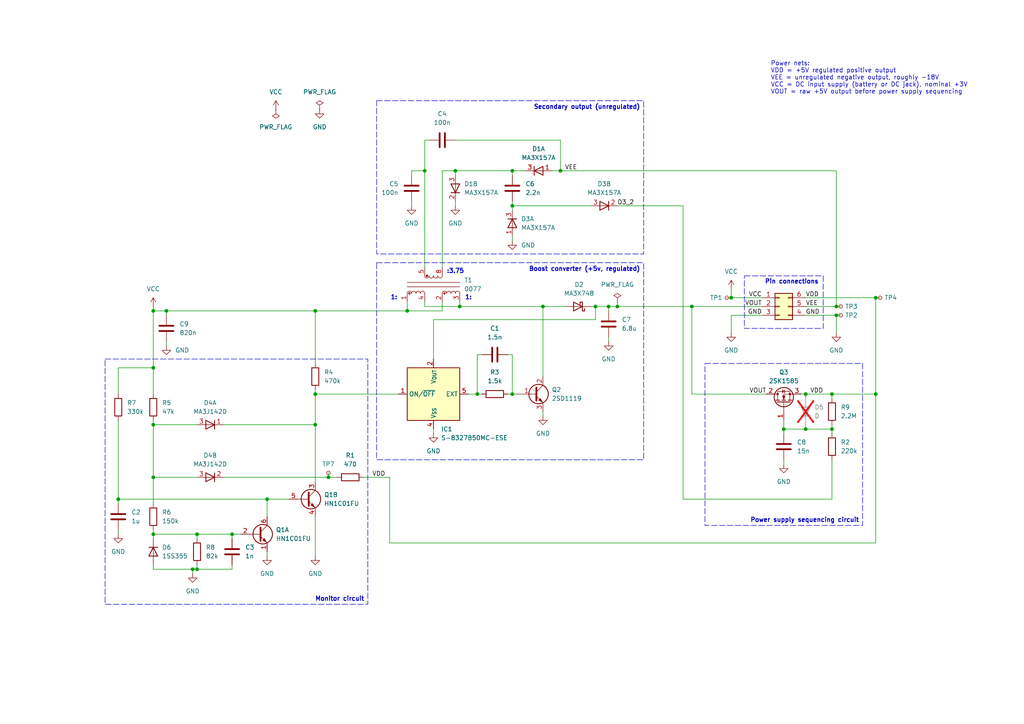
<source format=kicad_sch>
(kicad_sch (version 20231120) (generator "eeschema") (generator_version "8.0")
  (paper "A4")
  (title_block (title "LSEP01120A1") (date "2024-05-18") (rev "A") (company "https://gekkio.fi") (comment 1 "https://github.com/gekkio/gb-schematics"))
  (lib_symbols
    (symbol "Connector:TestPoint_Small" (pin_numbers hide) (pin_names (offset 0.762) hide)
      (property "Reference" "TP" (at 0 3.81 0))
      (property "Value" "TestPoint_Small" (at 0 2.032 0))
      (symbol "TestPoint_Small_0_1"
        (circle (center 0 0) (radius 0.508))
      )
      (symbol "TestPoint_Small_1_1"
        (pin passive line (at 0 0 90) (length 0) (name "1") (number "1"))
      )
    )
    (symbol "Connector_Generic:Conn_02x03_Counter_Clockwise" (pin_names (offset 1.016) hide)
      (property "Reference" "J" (at 1.27 5.08 0))
      (property "Value" "Conn_02x03_Counter_Clockwise" (at 1.27 -5.08 0))
      (symbol "Conn_02x03_Counter_Clockwise_1_1"
        (rectangle (start -1.27 -2.413) (end 0 -2.667) (stroke (width 0.1524)))
        (rectangle (start -1.27 0.127) (end 0 -0.127) (stroke (width 0.1524)))
        (rectangle (start -1.27 2.667) (end 0 2.413) (stroke (width 0.1524)))
        (rectangle (start -1.27 3.81) (end 3.81 -3.81) (stroke (width 0.254)) (fill (type background)))
        (rectangle (start 3.81 -2.413) (end 2.54 -2.667) (stroke (width 0.1524)))
        (rectangle (start 3.81 0.127) (end 2.54 -0.127) (stroke (width 0.1524)))
        (rectangle (start 3.81 2.667) (end 2.54 2.413) (stroke (width 0.1524)))
        (pin passive line (at -5.08 2.54 0) (length 3.81) (name "Pin_1") (number "1"))
        (pin passive line (at -5.08 0 0) (length 3.81) (name "Pin_2") (number "2"))
        (pin passive line (at -5.08 -2.54 0) (length 3.81) (name "Pin_3") (number "3"))
        (pin passive line (at 7.62 -2.54 180) (length 3.81) (name "Pin_4") (number "4"))
        (pin passive line (at 7.62 0 180) (length 3.81) (name "Pin_5") (number "5"))
        (pin passive line (at 7.62 2.54 180) (length 3.81) (name "Pin_6") (number "6"))
      )
    )
    (symbol "Device:C" (pin_numbers hide) (pin_names (offset 0.254))
      (property "Reference" "C" (at 0.635 2.54 0))
      (property "Value" "C" (at 0.635 -2.54 0))
      (symbol "C_0_1"
        (polyline (pts (xy -2.032 -0.762) (xy 2.032 -0.762)) (stroke (width 0.508)))
        (polyline (pts (xy -2.032 0.762) (xy 2.032 0.762)) (stroke (width 0.508)))
      )
      (symbol "C_1_1"
        (pin passive line (at 0 3.81 270) (length 2.794) (name "~") (number "1"))
        (pin passive line (at 0 -3.81 90) (length 2.794) (name "~") (number "2"))
      )
    )
    (symbol "Device:D" (pin_numbers hide) (pin_names (offset 1.016) hide)
      (property "Reference" "D" (at 0 2.54 0))
      (property "Value" "D" (at 0 -2.54 0))
      (symbol "D_0_1"
        (polyline (pts (xy -1.27 1.27) (xy -1.27 -1.27)) (stroke (width 0.254)))
        (polyline (pts (xy 1.27 0) (xy -1.27 0)))
        (polyline (pts (xy 1.27 1.27) (xy 1.27 -1.27) (xy -1.27 0) (xy 1.27 1.27)) (stroke (width 0.254)))
      )
      (symbol "D_1_1"
        (pin passive line (at -3.81 0 0) (length 2.54) (name "K") (number "1"))
        (pin passive line (at 3.81 0 180) (length 2.54) (name "A") (number "2"))
      )
    )
    (symbol "Device:D_Dual_CommonAnode_KKA_Split" (pin_names (offset 0.762) hide)
      (property "Reference" "D" (at 0 2.54 0))
      (property "Value" "D_Dual_CommonAnode_KKA_Split" (at 0 -2.54 0))
      (symbol "D_Dual_CommonAnode_KKA_Split_0_0"
        (polyline (pts (xy 1.27 0) (xy -1.27 0)))
        (polyline (pts (xy 1.27 1.27) (xy 1.27 -1.27)) (stroke (width 0.254)))
      )
      (symbol "D_Dual_CommonAnode_KKA_Split_0_1"
        (polyline (pts (xy -1.27 1.27) (xy 1.27 0) (xy -1.27 -1.27) (xy -1.27 1.27) (xy -1.27 1.27) (xy -1.27 1.27)) (stroke (width 0.254)))
        (pin passive line (at -3.81 0 0) (length 2.54) (name "A") (number "3"))
      )
      (symbol "D_Dual_CommonAnode_KKA_Split_1_1"
        (pin passive line (at 3.81 0 180) (length 2.54) (name "K") (number "1"))
      )
      (symbol "D_Dual_CommonAnode_KKA_Split_2_1"
        (pin passive line (at 3.81 0 180) (length 2.54) (name "K") (number "2"))
      )
    )
    (symbol "Device:D_Dual_Series_AKC_Split" (pin_names (offset 0.762) hide)
      (property "Reference" "D" (at 0 2.54 0))
      (property "Value" "D_Dual_Series_AKC_Split" (at 0 -2.54 0))
      (symbol "D_Dual_Series_AKC_Split_0_1"
        (pin passive line (at 3.81 0 180) (length 2.54) (name "K") (number "3"))
      )
      (symbol "D_Dual_Series_AKC_Split_1_0"
        (polyline (pts (xy 1.27 1.27) (xy 1.27 -1.27)) (stroke (width 0.254)))
      )
      (symbol "D_Dual_Series_AKC_Split_1_1"
        (polyline (pts (xy 1.27 0) (xy -1.27 0)))
        (polyline (pts (xy -1.27 1.27) (xy 1.27 0) (xy -1.27 -1.27) (xy -1.27 1.27) (xy -1.27 1.27) (xy -1.27 1.27)) (stroke (width 0.254)))
        (pin passive line (at -3.81 0 0) (length 2.54) (name "A") (number "1"))
      )
      (symbol "D_Dual_Series_AKC_Split_2_0"
        (polyline (pts (xy -1.27 1.27) (xy -1.27 -1.27)) (stroke (width 0.254)))
      )
      (symbol "D_Dual_Series_AKC_Split_2_1"
        (polyline (pts (xy -1.27 0) (xy 1.27 0)))
        (polyline (pts (xy 1.27 1.27) (xy -1.27 0) (xy 1.27 -1.27) (xy 1.27 1.27) (xy 1.27 1.27) (xy 1.27 1.27)) (stroke (width 0.254)))
        (pin passive line (at -3.81 0 0) (length 2.54) (name "K") (number "2"))
      )
    )
    (symbol "Device:Q_Dual_NPN_NPN_E1B1C2E2B2C1" (pin_names (offset 0) hide)
      (property "Reference" "Q" (at 5.08 1.27 0))
      (property "Value" "Q_Dual_NPN_NPN_E1B1C2E2B2C1" (at 5.08 -1.27 0))
      (symbol "Q_Dual_NPN_NPN_E1B1C2E2B2C1_0_1"
        (polyline (pts (xy 0.635 0) (xy -2.54 0)))
        (polyline (pts (xy 0.635 0.635) (xy 2.54 2.54)))
        (polyline (pts (xy 0.635 -0.635) (xy 2.54 -2.54) (xy 2.54 -2.54)))
        (polyline (pts (xy 0.635 1.905) (xy 0.635 -1.905) (xy 0.635 -1.905)) (stroke (width 0.508)))
        (polyline (pts (xy 1.27 -1.778) (xy 1.778 -1.27) (xy 2.286 -2.286) (xy 1.27 -1.778) (xy 1.27 -1.778)) (fill (type outline)))
        (circle (center 1.27 0) (radius 2.8194) (stroke (width 0.254)))
      )
      (symbol "Q_Dual_NPN_NPN_E1B1C2E2B2C1_1_1"
        (pin passive line (at 2.54 -5.08 90) (length 2.54) (name "E1") (number "1"))
        (pin input line (at -5.08 0 0) (length 2.54) (name "B1") (number "2"))
        (pin passive line (at 2.54 5.08 270) (length 2.54) (name "C1") (number "6"))
      )
      (symbol "Q_Dual_NPN_NPN_E1B1C2E2B2C1_2_1"
        (pin passive line (at 2.54 5.08 270) (length 2.54) (name "C2") (number "3"))
        (pin passive line (at 2.54 -5.08 90) (length 2.54) (name "E2") (number "4"))
        (pin input line (at -5.08 0 0) (length 2.54) (name "B2") (number "5"))
      )
    )
    (symbol "Device:Q_NMOS_GDS" (pin_names (offset 0) hide)
      (property "Reference" "Q" (at 5.08 1.27 0))
      (property "Value" "Q_NMOS_GDS" (at 5.08 -1.27 0))
      (symbol "Q_NMOS_GDS_0_1"
        (polyline (pts (xy 0.254 0) (xy -2.54 0)))
        (polyline (pts (xy 0.254 1.905) (xy 0.254 -1.905)) (stroke (width 0.254)))
        (polyline (pts (xy 0.762 -1.27) (xy 0.762 -2.286)) (stroke (width 0.254)))
        (polyline (pts (xy 0.762 0.508) (xy 0.762 -0.508)) (stroke (width 0.254)))
        (polyline (pts (xy 0.762 2.286) (xy 0.762 1.27)) (stroke (width 0.254)))
        (polyline (pts (xy 2.54 2.54) (xy 2.54 1.778)))
        (polyline (pts (xy 2.54 -2.54) (xy 2.54 0) (xy 0.762 0)))
        (polyline (pts (xy 0.762 -1.778) (xy 3.302 -1.778) (xy 3.302 1.778) (xy 0.762 1.778)))
        (polyline (pts (xy 1.016 0) (xy 2.032 0.381) (xy 2.032 -0.381) (xy 1.016 0)) (fill (type outline)))
        (polyline (pts (xy 2.794 0.508) (xy 2.921 0.381) (xy 3.683 0.381) (xy 3.81 0.254)))
        (polyline (pts (xy 3.302 0.381) (xy 2.921 -0.254) (xy 3.683 -0.254) (xy 3.302 0.381)))
        (circle (center 1.651 0) (radius 2.794) (stroke (width 0.254)))
        (circle (center 2.54 -1.778) (radius 0.254) (fill (type outline)))
        (circle (center 2.54 1.778) (radius 0.254) (fill (type outline)))
      )
      (symbol "Q_NMOS_GDS_1_1"
        (pin input line (at -5.08 0 0) (length 2.54) (name "G") (number "1"))
        (pin passive line (at 2.54 5.08 270) (length 2.54) (name "D") (number "2"))
        (pin passive line (at 2.54 -5.08 90) (length 2.54) (name "S") (number "3"))
      )
    )
    (symbol "Device:Q_NPN_BCE" (pin_names (offset 0) hide)
      (property "Reference" "Q" (at 5.08 1.27 0))
      (property "Value" "Q_NPN_BCE" (at 5.08 -1.27 0))
      (symbol "Q_NPN_BCE_0_1"
        (polyline (pts (xy 0.635 0.635) (xy 2.54 2.54)))
        (polyline (pts (xy 0.635 -0.635) (xy 2.54 -2.54) (xy 2.54 -2.54)))
        (polyline (pts (xy 0.635 1.905) (xy 0.635 -1.905) (xy 0.635 -1.905)) (stroke (width 0.508)))
        (polyline (pts (xy 1.27 -1.778) (xy 1.778 -1.27) (xy 2.286 -2.286) (xy 1.27 -1.778) (xy 1.27 -1.778)) (fill (type outline)))
        (circle (center 1.27 0) (radius 2.8194) (stroke (width 0.254)))
      )
      (symbol "Q_NPN_BCE_1_1"
        (pin input line (at -5.08 0 0) (length 5.715) (name "B") (number "1"))
        (pin passive line (at 2.54 5.08 270) (length 2.54) (name "C") (number "2"))
        (pin passive line (at 2.54 -5.08 90) (length 2.54) (name "E") (number "3"))
      )
    )
    (symbol "Device:R" (pin_numbers hide) (pin_names (offset 0))
      (property "Reference" "R" (at 2.032 0 90))
      (property "Value" "R" (at 0 0 90))
      (symbol "R_0_1"
        (rectangle (start -1.016 -2.54) (end 1.016 2.54) (stroke (width 0.254)))
      )
      (symbol "R_1_1"
        (pin passive line (at 0 3.81 270) (length 1.27) (name "~") (number "1"))
        (pin passive line (at 0 -3.81 90) (length 1.27) (name "~") (number "2"))
      )
    )
    (symbol "Gekkio_Diode:MA3X748" (pin_numbers hide) (pin_names (offset 1.016) hide)
      (property "Reference" "D" (at 0 2.54 0))
      (property "Value" "MA3X748" (at 0 -2.54 0))
      (symbol "MA3X748_0_1"
        (polyline (pts (xy 1.27 0) (xy -1.27 0)))
        (polyline (pts (xy 1.27 1.27) (xy 1.27 -1.27) (xy -1.27 0) (xy 1.27 1.27)) (stroke (width 0.254)))
        (polyline (pts (xy -1.905 0.635) (xy -1.905 1.27) (xy -1.27 1.27) (xy -1.27 -1.27) (xy -0.635 -1.27) (xy -0.635 -0.635)) (stroke (width 0.254)))
      )
      (symbol "MA3X748_1_1"
        (pin passive line (at 3.81 0 180) (length 2.54) (name "A") (number "1"))
        (pin no_connect line (at 3.81 2.54 180) (length 2.54) hide (name "NC") (number "2"))
        (pin passive line (at -3.81 0 0) (length 2.54) (name "K") (number "3"))
      )
    )
    (symbol "Gekkio_Regulator_Switching:S-8327B50MC-ESE"
      (property "Reference" "U" (at -7.62 8.89 0))
      (property "Value" "S-8327B50MC-ESE" (at 11.43 -8.89 0))
      (symbol "S-8327B50MC-ESE_1_1"
        (rectangle (start -7.62 7.62) (end 7.62 -7.62) (stroke (width 0.254)) (fill (type background)))
        (pin input line (at -10.16 0 0) (length 2.54) (name "ON/~{OFF}") (number "1"))
        (pin power_in line (at 0 10.16 270) (length 2.54) (name "V_{OUT}") (number "2"))
        (pin no_connect line (at 7.62 -2.54 180) (length 2.54) hide (name "NC") (number "3"))
        (pin power_in line (at 0 -10.16 90) (length 2.54) (name "V_{SS}") (number "4"))
        (pin output line (at 10.16 0 180) (length 2.54) (name "EXT") (number "5"))
      )
    )
    (symbol "Gekkio_Transformer:GameBoy_Transformer_0077"
      (property "Reference" "T" (at 0 10.16 0))
      (property "Value" "GameBoy_Transformer_0077" (at 0 -10.16 0))
      (symbol "GameBoy_Transformer_0077_1_1"
        (arc (start -2.54 -7.62) (mid -1.9077 -6.985) (end -2.54 -6.35))
        (arc (start -2.54 -6.35) (mid -1.9077 -5.715) (end -2.54 -5.08))
        (arc (start -2.54 -5.08) (mid -1.9077 -4.445) (end -2.54 -3.81))
        (arc (start -2.54 -3.81) (mid -1.9077 -3.175) (end -2.54 -2.54))
        (circle (center -2.54 -3.175) (radius 0.254) (fill (type outline)))
        (arc (start -2.54 2.54) (mid -1.9077 3.175) (end -2.54 3.81))
        (arc (start -2.54 3.81) (mid -1.9077 4.445) (end -2.54 5.08))
        (arc (start -2.54 5.08) (mid -1.9077 5.715) (end -2.54 6.35))
        (arc (start -2.54 6.35) (mid -1.9077 6.985) (end -2.54 7.62))
        (circle (center -2.54 6.985) (radius 0.254) (fill (type outline)))
        (polyline (pts (xy -0.635 7.62) (xy -0.635 -7.62)))
        (polyline (pts (xy 0.635 -7.62) (xy 0.635 7.62)))
        (arc (start 2.54 -1.27) (mid 1.9077 -1.905) (end 2.54 -2.54))
        (arc (start 2.54 0) (mid 1.9077 -0.635) (end 2.54 -1.27))
        (arc (start 2.54 1.27) (mid 1.9077 0.635) (end 2.54 0))
        (circle (center 2.54 1.905) (radius 0.254) (fill (type outline)))
        (arc (start 2.54 2.54) (mid 1.9077 1.905) (end 2.54 1.27))
        (pin passive line (at -5.08 7.62 0) (length 2.54) (name "~") (number "1"))
        (pin passive line (at -5.08 -2.54 0) (length 2.54) (name "~") (number "2"))
        (pin passive line (at -5.08 -7.62 0) (length 2.54) (name "~") (number "3"))
        (pin passive line (at -5.08 2.54 0) (length 2.54) (name "~") (number "4"))
        (pin passive line (at 5.08 2.54 180) (length 2.54) (name "~") (number "5"))
        (pin no_connect line (at 0 5.08 0) (length 2.54) hide (name "NC") (number "6"))
        (pin no_connect line (at 0 -5.08 0) (length 2.54) hide (name "NC") (number "7"))
        (pin passive line (at 5.08 -2.54 180) (length 2.54) (name "~") (number "8"))
      )
    )
    (symbol "power:GND" (power) (pin_numbers hide) (pin_names (offset 0) hide)
      (property "Value" "GND" (at 0 -3.81 0))
      (symbol "GND_0_1"
        (polyline (pts (xy 0 0) (xy 0 -1.27) (xy 1.27 -1.27) (xy 0 -2.54) (xy -1.27 -1.27) (xy 0 -1.27)))
      )
      (symbol "GND_1_1"
        (pin power_in line (at 0 0 270) (length 0) (name "~") (number "1"))
      )
    )
    (symbol "power:PWR_FLAG" (power) (pin_numbers hide) (pin_names (offset 0) hide)
      (property "Value" "PWR_FLAG" (at 0 3.81 0))
      (symbol "PWR_FLAG_0_0"
        (pin power_out line (at 0 0 90) (length 0) (name "~") (number "1"))
      )
      (symbol "PWR_FLAG_0_1"
        (polyline (pts (xy 0 0) (xy 0 1.27) (xy -1.016 1.905) (xy 0 2.54) (xy 1.016 1.905) (xy 0 1.27)))
      )
    )
    (symbol "power:VCC" (power) (pin_numbers hide) (pin_names (offset 0) hide)
      (property "Value" "VCC" (at 0 3.556 0))
      (symbol "VCC_0_1"
        (polyline (pts (xy -0.762 1.27) (xy 0 2.54)))
        (polyline (pts (xy 0 0) (xy 0 2.54)))
        (polyline (pts (xy 0 2.54) (xy 0.762 1.27)))
      )
      (symbol "VCC_1_1"
        (pin power_in line (at 0 0 90) (length 0) (name "~") (number "1"))
      )
    )
  )
  (junction (at 34.29 144.78))
  (junction (at 133.35 88.9))
  (junction (at 241.3 114.3))
  (junction (at 148.59 59.69))
  (junction (at 200.66 88.9))
  (junction (at 44.45 90.17))
  (junction (at 55.88 165.1))
  (junction (at 48.26 90.17))
  (junction (at 227.33 124.46))
  (junction (at 118.11 90.17))
  (junction (at 176.53 88.9))
  (junction (at 148.59 49.53))
  (junction (at 57.15 165.1))
  (junction (at 77.47 144.78))
  (junction (at 132.08 49.53))
  (junction (at 148.59 114.3))
  (junction (at 233.68 114.3))
  (junction (at 254 86.36))
  (junction (at 67.31 154.94))
  (junction (at 233.68 124.46))
  (junction (at 57.15 154.94))
  (junction (at 44.45 138.43))
  (junction (at 162.56 49.53))
  (junction (at 241.3 124.46))
  (junction (at 91.44 90.17))
  (junction (at 91.44 123.19))
  (junction (at 212.09 86.36))
  (junction (at 242.57 88.9))
  (junction (at 91.44 114.3))
  (junction (at 44.45 106.68))
  (junction (at 179.07 88.9))
  (junction (at 157.48 88.9))
  (junction (at 123.19 49.53))
  (junction (at 138.43 114.3))
  (junction (at 44.45 123.19))
  (junction (at 44.45 154.94))
  (junction (at 172.72 88.9))
  (junction (at 95.25 138.43))
  (junction (at 254 114.3))
  (junction (at 242.57 91.44))
  (wire (pts (xy 241.3 144.78) (xy 198.12 144.78)))
  (wire (pts (xy 34.29 146.05) (xy 34.29 144.78)))
  (wire (pts (xy 128.27 87.63) (xy 128.27 90.17)))
  (wire (pts (xy 44.45 123.19) (xy 44.45 121.92)))
  (wire (pts (xy 148.59 68.58) (xy 148.59 69.85)))
  (wire (pts (xy 44.45 90.17) (xy 44.45 106.68)))
  (wire (pts (xy 44.45 123.19) (xy 57.15 123.19)))
  (wire (pts (xy 148.59 49.53) (xy 152.4 49.53)))
  (wire (pts (xy 172.72 88.9) (xy 172.72 92.71)))
  (wire (pts (xy 200.66 114.3) (xy 222.25 114.3)))
  (wire (pts (xy 242.57 91.44) (xy 243.84 91.44)))
  (wire (pts (xy 135.89 114.3) (xy 138.43 114.3)))
  (wire (pts (xy 48.26 90.17) (xy 91.44 90.17)))
  (wire (pts (xy 44.45 154.94) (xy 57.15 154.94)))
  (wire (pts (xy 233.68 123.19) (xy 233.68 124.46)))
  (wire (pts (xy 118.11 90.17) (xy 128.27 90.17)))
  (wire (pts (xy 147.32 102.87) (xy 148.59 102.87)))
  (wire (pts (xy 77.47 144.78) (xy 83.82 144.78)))
  (wire (pts (xy 133.35 88.9) (xy 133.35 87.63)))
  (wire (pts (xy 57.15 165.1) (xy 67.31 165.1)))
  (wire (pts (xy 148.59 114.3) (xy 148.59 102.87)))
  (wire (pts (xy 118.11 87.63) (xy 118.11 90.17)))
  (wire (pts (xy 176.53 90.17) (xy 176.53 88.9)))
  (wire (pts (xy 91.44 90.17) (xy 91.44 105.41)))
  (wire (pts (xy 254 157.48) (xy 113.03 157.48)))
  (wire (pts (xy 64.77 123.19) (xy 91.44 123.19)))
  (wire (pts (xy 44.45 106.68) (xy 44.45 114.3)))
  (wire (pts (xy 176.53 97.79) (xy 176.53 99.06)))
  (wire (pts (xy 132.08 49.53) (xy 148.59 49.53)))
  (wire (pts (xy 91.44 114.3) (xy 91.44 123.19)))
  (wire (pts (xy 57.15 163.83) (xy 57.15 165.1)))
  (wire (pts (xy 91.44 123.19) (xy 91.44 139.7)))
  (wire (pts (xy 157.48 88.9) (xy 157.48 109.22)))
  (wire (pts (xy 148.59 49.53) (xy 148.59 50.8)))
  (wire (pts (xy 119.38 49.53) (xy 119.38 50.8)))
  (wire (pts (xy 220.98 91.44) (xy 212.09 91.44)))
  (wire (pts (xy 179.07 87.63) (xy 179.07 88.9)))
  (wire (pts (xy 44.45 138.43) (xy 57.15 138.43)))
  (wire (pts (xy 241.3 133.35) (xy 241.3 144.78)))
  (wire (pts (xy 57.15 154.94) (xy 67.31 154.94)))
  (wire (pts (xy 157.48 119.38) (xy 157.48 120.65)))
  (wire (pts (xy 172.72 88.9) (xy 176.53 88.9)))
  (wire (pts (xy 233.68 91.44) (xy 242.57 91.44)))
  (wire (pts (xy 44.45 123.19) (xy 44.45 138.43)))
  (wire (pts (xy 227.33 124.46) (xy 227.33 125.73)))
  (wire (pts (xy 233.68 114.3) (xy 232.41 114.3)))
  (wire (pts (xy 233.68 114.3) (xy 241.3 114.3)))
  (wire (pts (xy 34.29 106.68) (xy 34.29 114.3)))
  (wire (pts (xy 77.47 144.78) (xy 77.47 149.86)))
  (wire (pts (xy 212.09 86.36) (xy 212.09 83.82)))
  (wire (pts (xy 95.25 137.16) (xy 95.25 138.43)))
  (wire (pts (xy 242.57 91.44) (xy 242.57 96.52)))
  (wire (pts (xy 119.38 49.53) (xy 123.19 49.53)))
  (wire (pts (xy 64.77 138.43) (xy 95.25 138.43)))
  (wire (pts (xy 67.31 154.94) (xy 69.85 154.94)))
  (wire (pts (xy 125.73 92.71) (xy 125.73 104.14)))
  (wire (pts (xy 148.59 59.69) (xy 171.45 59.69)))
  (wire (pts (xy 34.29 144.78) (xy 77.47 144.78)))
  (wire (pts (xy 91.44 114.3) (xy 115.57 114.3)))
  (wire (pts (xy 67.31 154.94) (xy 67.31 156.21)))
  (wire (pts (xy 105.41 138.43) (xy 113.03 138.43)))
  (wire (pts (xy 67.31 165.1) (xy 67.31 163.83)))
  (wire (pts (xy 44.45 90.17) (xy 44.45 88.9)))
  (wire (pts (xy 34.29 153.67) (xy 34.29 154.94)))
  (wire (pts (xy 44.45 153.67) (xy 44.45 154.94)))
  (wire (pts (xy 227.33 124.46) (xy 233.68 124.46)))
  (wire (pts (xy 241.3 124.46) (xy 241.3 123.19)))
  (wire (pts (xy 138.43 114.3) (xy 139.7 114.3)))
  (wire (pts (xy 255.27 86.36) (xy 254 86.36)))
  (wire (pts (xy 148.59 59.69) (xy 148.59 58.42)))
  (wire (pts (xy 48.26 90.17) (xy 48.26 91.44)))
  (wire (pts (xy 48.26 99.06) (xy 48.26 100.33)))
  (wire (pts (xy 44.45 138.43) (xy 44.45 146.05)))
  (wire (pts (xy 227.33 133.35) (xy 227.33 134.62)))
  (wire (pts (xy 241.3 124.46) (xy 241.3 125.73)))
  (wire (pts (xy 128.27 49.53) (xy 128.27 77.47)))
  (wire (pts (xy 44.45 106.68) (xy 34.29 106.68)))
  (wire (pts (xy 113.03 157.48) (xy 113.03 138.43)))
  (wire (pts (xy 123.19 87.63) (xy 123.19 88.9)))
  (wire (pts (xy 125.73 124.46) (xy 125.73 125.73)))
  (wire (pts (xy 212.09 86.36) (xy 210.82 86.36)))
  (wire (pts (xy 242.57 88.9) (xy 233.68 88.9)))
  (wire (pts (xy 57.15 154.94) (xy 57.15 156.21)))
  (wire (pts (xy 162.56 49.53) (xy 242.57 49.53)))
  (wire (pts (xy 132.08 40.64) (xy 162.56 40.64)))
  (wire (pts (xy 227.33 121.92) (xy 227.33 124.46)))
  (wire (pts (xy 241.3 114.3) (xy 254 114.3)))
  (wire (pts (xy 57.15 165.1) (xy 55.88 165.1)))
  (wire (pts (xy 198.12 59.69) (xy 198.12 144.78)))
  (wire (pts (xy 172.72 92.71) (xy 125.73 92.71)))
  (wire (pts (xy 171.45 88.9) (xy 172.72 88.9)))
  (wire (pts (xy 160.02 49.53) (xy 162.56 49.53)))
  (wire (pts (xy 77.47 160.02) (xy 77.47 161.29)))
  (wire (pts (xy 254 114.3) (xy 254 157.48)))
  (wire (pts (xy 200.66 88.9) (xy 220.98 88.9)))
  (wire (pts (xy 44.45 163.83) (xy 44.45 165.1)))
  (wire (pts (xy 242.57 88.9) (xy 242.57 49.53)))
  (wire (pts (xy 95.25 138.43) (xy 97.79 138.43)))
  (wire (pts (xy 91.44 90.17) (xy 118.11 90.17)))
  (wire (pts (xy 132.08 58.42) (xy 132.08 59.69)))
  (wire (pts (xy 123.19 49.53) (xy 123.19 77.47)))
  (wire (pts (xy 55.88 165.1) (xy 55.88 166.37)))
  (wire (pts (xy 44.45 165.1) (xy 55.88 165.1)))
  (wire (pts (xy 138.43 102.87) (xy 138.43 114.3)))
  (wire (pts (xy 91.44 149.86) (xy 91.44 161.29)))
  (wire (pts (xy 44.45 154.94) (xy 44.45 156.21)))
  (wire (pts (xy 176.53 88.9) (xy 179.07 88.9)))
  (wire (pts (xy 179.07 88.9) (xy 200.66 88.9)))
  (wire (pts (xy 242.57 88.9) (xy 243.84 88.9)))
  (wire (pts (xy 220.98 86.36) (xy 212.09 86.36)))
  (wire (pts (xy 233.68 86.36) (xy 254 86.36)))
  (wire (pts (xy 148.59 114.3) (xy 149.86 114.3)))
  (wire (pts (xy 138.43 102.87) (xy 139.7 102.87)))
  (wire (pts (xy 119.38 58.42) (xy 119.38 59.69)))
  (wire (pts (xy 200.66 88.9) (xy 200.66 114.3)))
  (wire (pts (xy 254 86.36) (xy 254 114.3)))
  (wire (pts (xy 233.68 124.46) (xy 241.3 124.46)))
  (wire (pts (xy 123.19 40.64) (xy 124.46 40.64)))
  (wire (pts (xy 212.09 91.44) (xy 212.09 96.52)))
  (wire (pts (xy 147.32 114.3) (xy 148.59 114.3)))
  (wire (pts (xy 91.44 113.03) (xy 91.44 114.3)))
  (wire (pts (xy 132.08 49.53) (xy 132.08 50.8)))
  (wire (pts (xy 128.27 49.53) (xy 132.08 49.53)))
  (wire (pts (xy 133.35 88.9) (xy 157.48 88.9)))
  (wire (pts (xy 233.68 114.3) (xy 233.68 115.57)))
  (wire (pts (xy 123.19 40.64) (xy 123.19 49.53)))
  (wire (pts (xy 44.45 90.17) (xy 48.26 90.17)))
  (wire (pts (xy 162.56 49.53) (xy 162.56 40.64)))
  (wire (pts (xy 148.59 60.96) (xy 148.59 59.69)))
  (wire (pts (xy 198.12 59.69) (xy 179.07 59.69)))
  (wire (pts (xy 34.29 121.92) (xy 34.29 144.78)))
  (wire (pts (xy 123.19 88.9) (xy 133.35 88.9)))
  (wire (pts (xy 241.3 114.3) (xy 241.3 115.57)))
  (wire (pts (xy 157.48 88.9) (xy 163.83 88.9)))
  (rectangle (start 215.9 80.01) (end 238.76 95.25) (stroke (width 0) (type dash)))
  (text_box "Secondary output (unregulated)" (at 109.22 29.21 0) (size 77.47 44.45) (stroke (width 0) (type dash)) (effects (font (size 1.27 1.27) (thickness 0.254) (bold yes)) (justify right top)))
  (text_box "Power supply sequencing circuit" (at 204.47 105.41 0) (size 45.72 46.99) (stroke (width 0) (type dash)) (effects (font (size 1.27 1.27) (thickness 0.254) (bold yes)) (justify right bottom)))
  (text_box "Monitor circuit" (at 30.48 104.14 0) (size 76.2 71.12) (stroke (width 0) (type dash)) (effects (font (size 1.27 1.27) (thickness 0.254) (bold yes)) (justify right bottom)))
  (text_box "Boost converter (+5v, regulated)" (at 109.22 76.2 0) (size 77.47 57.15) (stroke (width 0) (type dash)) (effects (font (size 1.27 1.27) (thickness 0.254) (bold yes)) (justify right top)))
  (text "Power nets:\nVDD = +5V regulated positive output\nVEE = unregulated negative output, roughly -18V\nVCC = DC input supply (battery or DC jack), nominal +3V\nVOUT = raw +5V output before power supply sequencing" (at 223.52 17.78 0) (effects (font (size 1.27 1.27)) (justify left top)))
  (text "1:" (at 135.89 86.36 0) (effects (font (size 1.27 1.27) (thickness 0.254) (bold yes))))
  (text "1:" (at 114.3 86.36 0) (effects (font (size 1.27 1.27) (thickness 0.254) (bold yes))))
  (text ":3.75" (at 132.08 78.74 0) (effects (font (size 1.27 1.27) (thickness 0.254) (bold yes))))
  (text "Pin connections" (at 237.49 82.55 0) (effects (font (size 1.27 1.27) (thickness 0.254) (bold yes)) (justify right bottom)))
  (label "GND" (at 220.98 91.44 180))
  (label "VDD" (at 107.95 138.43 0))
  (label "VCC" (at 220.98 86.36 180))
  (label "VDD" (at 233.68 86.36 0))
  (label "D3_2" (at 179.07 59.69 0))
  (label "GND" (at 233.68 91.44 0))
  (label "VEE" (at 233.68 88.9 0))
  (label "VOUT" (at 222.25 114.3 180))
  (label "VOUT" (at 220.98 88.9 180))
  (label "VEE" (at 163.83 49.53 0))
  (label "VDD" (at 234.95 114.3 0))
  (symbol (lib_id "power:PWR_FLAG") (at 80.01 31.75 180) (unit 1)
    (property "Reference" "#FLG01" (effects (hide yes)))
    (property "Value" "PWR_FLAG" (at 80.01 36.83 0))
    (property "Description" "Special symbol for telling ERC where power comes from" (effects (hide yes)))
  )
  (symbol (lib_id "power:VCC") (at 80.01 31.75 0) (unit 1)
    (property "Reference" "#PWR017" (effects (hide yes)))
    (property "Value" "VCC" (at 80.01 26.67 0))
    (property "Description" "Power symbol creates a global label with name \"VCC\"" (effects (hide yes)))
  )
  (symbol (lib_id "power:PWR_FLAG") (at 92.71 31.75 0) (unit 1)
    (property "Reference" "#FLG02" (effects (hide yes)))
    (property "Value" "PWR_FLAG" (at 92.71 26.67 0))
    (property "Description" "Special symbol for telling ERC where power comes from" (effects (hide yes)))
  )
  (symbol (lib_id "power:GND") (at 92.71 31.75 0) (unit 1)
    (property "Reference" "#PWR018" (effects (hide yes)))
    (property "Value" "GND" (at 92.71 36.83 0))
    (property "Description" "Power symbol creates a global label with name \"GND\" , ground" (effects (hide yes)))
  )
  (symbol (lib_id "power:GND") (at 77.47 161.29 0) (unit 1)
    (property "Reference" "#PWR010" (effects (hide yes)))
    (property "Value" "GND" (at 77.47 166.37 0))
    (property "Description" "Power symbol creates a global label with name \"GND\" , ground" (effects (hide yes)))
  )
  (symbol (lib_id "Device:R") (at 44.45 149.86 180) (unit 1)
    (property "Reference" "R6" (at 46.99 148.5899 0) (effects (justify right)))
    (property "Value" "150k" (at 46.99 151.1299 0) (effects (justify right)))
    (property "Description" "Resistor" (effects (hide yes)))
  )
  (symbol (lib_id "power:VCC") (at 44.45 88.9 0) (unit 1)
    (property "Reference" "#PWR014" (effects (hide yes)))
    (property "Value" "VCC" (at 44.45 83.82 0))
    (property "Description" "Power symbol creates a global label with name \"VCC\"" (effects (hide yes)))
  )
  (symbol (lib_id "Device:Q_Dual_NPN_NPN_E1B1C2E2B2C1") (at 74.93 154.94 0) (unit 1)
    (property "Reference" "Q1" (at 80.01 153.6699 0) (effects (justify left)))
    (property "Value" "HN1C01FU" (at 80.01 156.2099 0) (effects (justify left)))
    (property "Description" "Dual NPN transistor, 6 pin package" (effects (hide yes)))
  )
  (symbol (lib_id "power:GND") (at 212.09 96.52 0) (unit 1)
    (property "Reference" "#PWR07" (effects (hide yes)))
    (property "Value" "GND" (at 212.09 101.6 0))
    (property "Description" "Power symbol creates a global label with name \"GND\" , ground" (effects (hide yes)))
  )
  (symbol (lib_id "Device:D_Dual_Series_AKC_Split") (at 148.59 64.77 90) (unit 1)
    (property "Reference" "D3" (at 151.13 63.4999 90) (effects (justify right)))
    (property "Value" "MA3X157A" (at 151.13 66.0399 90) (effects (justify right)))
    (property "Description" "Dual diode, anode/cathode/center" (effects (hide yes)))
  )
  (symbol (lib_id "power:GND") (at 148.59 69.85 0) (unit 1)
    (property "Reference" "#PWR04" (effects (hide yes)))
    (property "Value" "GND" (at 151.13 71.1199 0) (effects (justify left)))
    (property "Description" "Power symbol creates a global label with name \"GND\" , ground" (effects (hide yes)))
  )
  (symbol (lib_id "power:GND") (at 125.73 125.73 0) (unit 1)
    (property "Reference" "#PWR016" (effects (hide yes)))
    (property "Value" "GND" (at 125.73 130.81 0))
    (property "Description" "Power symbol creates a global label with name \"GND\" , ground" (effects (hide yes)))
  )
  (symbol (lib_id "Device:R") (at 57.15 160.02 180) (unit 1)
    (property "Reference" "R8" (at 59.69 158.7499 0) (effects (justify right)))
    (property "Value" "82k" (at 59.69 161.2899 0) (effects (justify right)))
    (property "Description" "Resistor" (effects (hide yes)))
  )
  (symbol (lib_id "Device:R") (at 91.44 109.22 180) (unit 1)
    (property "Reference" "R4" (at 93.98 107.9499 0) (effects (justify right)))
    (property "Value" "470k" (at 93.98 110.4899 0) (effects (justify right)))
    (property "Description" "Resistor" (effects (hide yes)))
  )
  (symbol (lib_id "Device:R") (at 44.45 118.11 180) (unit 1)
    (property "Reference" "R5" (at 46.99 116.8399 0) (effects (justify right)))
    (property "Value" "47k" (at 46.99 119.3799 0) (effects (justify right)))
    (property "Description" "Resistor" (effects (hide yes)))
  )
  (symbol (lib_id "power:GND") (at 91.44 161.29 0) (unit 1)
    (property "Reference" "#PWR09" (effects (hide yes)))
    (property "Value" "GND" (at 91.44 166.37 0))
    (property "Description" "Power symbol creates a global label with name \"GND\" , ground" (effects (hide yes)))
  )
  (symbol (lib_id "power:GND") (at 55.88 166.37 0) (unit 1)
    (property "Reference" "#PWR012" (effects (hide yes)))
    (property "Value" "GND" (at 55.88 171.45 0))
    (property "Description" "Power symbol creates a global label with name \"GND\" , ground" (effects (hide yes)))
  )
  (symbol (lib_id "Connector:TestPoint_Small") (at 243.84 88.9 0) (unit 1)
    (property "Reference" "TP3" (at 245.11 88.8999 0) (effects (justify left)))
    (property "Value" "TestPoint_Small" (effects (hide yes)))
    (property "Description" "test point" (effects (hide yes)))
  )
  (symbol (lib_id "Connector:TestPoint_Small") (at 243.84 91.44 0) (unit 1)
    (property "Reference" "TP2" (at 245.11 91.4399 0) (effects (justify left)))
    (property "Value" "TestPoint_Small" (effects (hide yes)))
    (property "Description" "test point" (effects (hide yes)))
  )
  (symbol (lib_id "Device:R") (at 101.6 138.43 90) (unit 1)
    (property "Reference" "R1" (at 101.6 132.08 90))
    (property "Value" "470" (at 101.6 134.62 90))
    (property "Description" "Resistor" (effects (hide yes)))
  )
  (symbol (lib_id "power:GND") (at 242.57 96.52 0) (unit 1)
    (property "Reference" "#PWR08" (effects (hide yes)))
    (property "Value" "GND" (at 242.57 101.6 0))
    (property "Description" "Power symbol creates a global label with name \"GND\" , ground" (effects (hide yes)))
  )
  (symbol (lib_id "power:GND") (at 48.26 100.33 0) (unit 1)
    (property "Reference" "#PWR011" (effects (hide yes)))
    (property "Value" "GND" (at 50.8 101.5999 0) (effects (justify left)))
    (property "Description" "Power symbol creates a global label with name \"GND\" , ground" (effects (hide yes)))
  )
  (symbol (lib_id "power:GND") (at 227.33 134.62 0) (unit 1)
    (property "Reference" "#PWR05" (effects (hide yes)))
    (property "Value" "GND" (at 227.33 139.7 0))
    (property "Description" "Power symbol creates a global label with name \"GND\" , ground" (effects (hide yes)))
  )
  (symbol (lib_id "power:GND") (at 132.08 59.69 0) (unit 1)
    (property "Reference" "#PWR015" (effects (hide yes)))
    (property "Value" "GND" (at 132.08 64.77 0))
    (property "Description" "Power symbol creates a global label with name \"GND\" , ground" (effects (hide yes)))
  )
  (symbol (lib_id "Device:C") (at 119.38 54.61 0) (unit 1)
    (property "Reference" "C5" (at 115.57 53.3399 0) (effects (justify right)))
    (property "Value" "100n" (at 115.57 55.8799 0) (effects (justify right)))
    (property "Description" "Unpolarized capacitor" (effects (hide yes)))
  )
  (symbol (lib_id "Device:C") (at 143.51 102.87 90) (unit 1)
    (property "Reference" "C1" (at 143.51 95.25 90))
    (property "Value" "1.5n" (at 143.51 97.79 90))
    (property "Description" "Unpolarized capacitor" (effects (hide yes)))
  )
  (symbol (lib_id "Gekkio_Transformer:GameBoy_Transformer_0077") (at 125.73 82.55 90) (unit 1)
    (property "Reference" "T1" (at 134.62 81.2799 90) (effects (justify right)))
    (property "Value" "0077" (at 134.62 83.8199 90) (effects (justify right)))
    (property "Description" "Power Transformer \"0077\"" (effects (hide yes)))
  )
  (symbol (lib_id "Device:C") (at 48.26 95.25 0) (unit 1)
    (property "Reference" "C9" (at 52.07 93.9799 0) (effects (justify left)))
    (property "Value" "820n" (at 52.07 96.5199 0) (effects (justify left)))
    (property "Description" "Unpolarized capacitor" (effects (hide yes)))
  )
  (symbol (lib_id "Device:R") (at 34.29 118.11 180) (unit 1)
    (property "Reference" "R7" (at 36.83 116.8399 0) (effects (justify right)))
    (property "Value" "330k" (at 36.83 119.3799 0) (effects (justify right)))
    (property "Description" "Resistor" (effects (hide yes)))
  )
  (symbol (lib_id "power:PWR_FLAG") (at 179.07 87.63 0) (unit 1)
    (property "Reference" "#FLG03" (effects (hide yes)))
    (property "Value" "PWR_FLAG" (at 179.07 82.55 0))
    (property "Description" "Special symbol for telling ERC where power comes from" (effects (hide yes)))
  )
  (symbol (lib_id "Gekkio_Diode:MA3X748") (at 167.64 88.9 180) (unit 1)
    (property "Reference" "D2" (at 167.9575 82.55 0))
    (property "Value" "MA3X748" (at 167.9575 85.09 0))
    (property "Footprint" "Package_TO_SOT_SMD:SOT-23" (effects (hide yes)))
    (property "Datasheet" "https://industrial.panasonic.com/content/data/SC/ds/ds4/MA3X748_E_discon.pdf" (effects (hide yes)))
    (property "Description" "20V 0.5A Small signal Schottky diode, SOT-23" (effects (hide yes)))
  )
  (symbol (lib_id "power:GND") (at 157.48 120.65 0) (unit 1)
    (property "Reference" "#PWR02" (effects (hide yes)))
    (property "Value" "GND" (at 157.48 125.73 0))
    (property "Description" "Power symbol creates a global label with name \"GND\" , ground" (effects (hide yes)))
  )
  (symbol (lib_id "Device:D_Dual_Series_AKC_Split") (at 175.26 59.69 180) (unit 2)
    (property "Reference" "D3" (at 175.26 53.34 0))
    (property "Value" "MA3X157A" (at 175.26 55.88 0))
    (property "Description" "Dual diode, anode/cathode/center" (effects (hide yes)))
  )
  (symbol (lib_id "power:GND") (at 34.29 154.94 0) (unit 1)
    (property "Reference" "#PWR013" (effects (hide yes)))
    (property "Value" "GND" (at 34.29 160.02 0))
    (property "Description" "Power symbol creates a global label with name \"GND\" , ground" (effects (hide yes)))
  )
  (symbol (lib_id "Device:C") (at 148.59 54.61 180) (unit 1)
    (property "Reference" "C6" (at 152.4 53.3399 0) (effects (justify right)))
    (property "Value" "2.2n" (at 152.4 55.8799 0) (effects (justify right)))
    (property "Description" "Unpolarized capacitor" (effects (hide yes)))
  )
  (symbol (lib_id "Device:R") (at 241.3 129.54 0) (unit 1)
    (property "Reference" "R2" (at 243.84 128.2699 0) (effects (justify left)))
    (property "Value" "220k" (at 243.84 130.8099 0) (effects (justify left)))
    (property "Description" "Resistor" (effects (hide yes)))
  )
  (symbol (lib_id "Device:Q_Dual_NPN_NPN_E1B1C2E2B2C1") (at 88.9 144.78 0) (unit 2)
    (property "Reference" "Q1" (at 93.98 143.5099 0) (effects (justify left)))
    (property "Value" "HN1C01FU" (at 93.98 146.0499 0) (effects (justify left)))
    (property "Description" "Dual NPN transistor, 6 pin package" (effects (hide yes)))
  )
  (symbol (lib_id "Connector:TestPoint_Small") (at 210.82 86.36 180) (unit 1)
    (property "Reference" "TP1" (at 209.55 86.3601 0) (effects (justify left)))
    (property "Value" "TestPoint_Small" (effects (hide yes)))
    (property "Description" "test point" (effects (hide yes)))
  )
  (symbol (lib_id "Device:D") (at 233.68 119.38 90) (unit 1) (dnp yes)
    (property "Reference" "D5" (at 236.22 118.1099 90) (effects (justify right)))
    (property "Value" "D" (at 236.22 120.6499 90) (effects (justify right)))
    (property "Description" "Diode" (effects (hide yes)))
    (property "Sim.Device" "D" (effects (hide yes)))
    (property "Sim.Pins" "1=K 2=A" (effects (hide yes)))
  )
  (symbol (lib_id "Device:D_Dual_Series_AKC_Split") (at 132.08 54.61 90) (unit 2)
    (property "Reference" "D1" (at 134.62 53.3399 90) (effects (justify right)))
    (property "Value" "MA3X157A" (at 134.62 55.8799 90) (effects (justify right)))
    (property "Description" "Dual diode, anode/cathode/center" (effects (hide yes)))
  )
  (symbol (lib_id "Connector:TestPoint_Small") (at 255.27 86.36 0) (unit 1)
    (property "Reference" "TP4" (at 256.54 86.3599 0) (effects (justify left)))
    (property "Value" "TestPoint_Small" (effects (hide yes)))
    (property "Description" "test point" (effects (hide yes)))
  )
  (symbol (lib_id "Connector_Generic:Conn_02x03_Counter_Clockwise") (at 226.06 88.9 0) (unit 1)
    (property "Reference" "J1" (effects (hide yes)))
    (property "Value" "Conn_02x03_Counter_Clockwise" (effects (hide yes)))
    (property "Description" "Generic connector, double row, 02x03, counter clockwise pin numbering scheme (similar to DIP package numbering), script generated (kicad-library-utils/schlib/autogen/connector/)" (effects (hide yes)))
  )
  (symbol (lib_id "Device:C") (at 34.29 149.86 0) (unit 1)
    (property "Reference" "C2" (at 38.1 148.5899 0) (effects (justify left)))
    (property "Value" "1u" (at 38.1 151.1299 0) (effects (justify left)))
    (property "Description" "Unpolarized capacitor" (effects (hide yes)))
  )
  (symbol (lib_id "Device:C") (at 67.31 160.02 0) (unit 1)
    (property "Reference" "C3" (at 71.12 158.7499 0) (effects (justify left)))
    (property "Value" "1n" (at 71.12 161.2899 0) (effects (justify left)))
    (property "Description" "Unpolarized capacitor" (effects (hide yes)))
  )
  (symbol (lib_id "Device:C") (at 176.53 93.98 0) (unit 1)
    (property "Reference" "C7" (at 180.34 92.7099 0) (effects (justify left)))
    (property "Value" "6.8u" (at 180.34 95.2499 0) (effects (justify left)))
    (property "Description" "Unpolarized capacitor" (effects (hide yes)))
  )
  (symbol (lib_id "power:VCC") (at 212.09 83.82 0) (unit 1)
    (property "Reference" "#PWR03" (effects (hide yes)))
    (property "Value" "VCC" (at 212.09 78.74 0))
    (property "Description" "Power symbol creates a global label with name \"VCC\"" (effects (hide yes)))
  )
  (symbol (lib_id "Device:D_Dual_Series_AKC_Split") (at 156.21 49.53 180) (unit 1)
    (property "Reference" "D1" (at 156.21 43.18 0))
    (property "Value" "MA3X157A" (at 156.21 45.72 0))
    (property "Description" "Dual diode, anode/cathode/center" (effects (hide yes)))
  )
  (symbol (lib_id "Gekkio_Regulator_Switching:S-8327B50MC-ESE") (at 125.73 114.3 0) (unit 1)
    (property "Reference" "IC1" (at 127.9241 124.46 0) (effects (justify left)))
    (property "Value" "S-8327B50MC-ESE" (at 127.9241 127 0) (effects (justify left)))
    (property "Description" "Step-up regulator, 5.0V" (effects (hide yes)))
  )
  (symbol (lib_id "Connector:TestPoint_Small") (at 95.25 137.16 90) (unit 1)
    (property "Reference" "TP7" (at 95.25 134.62 90))
    (property "Value" "TestPoint_Small" (effects (hide yes)))
    (property "Description" "test point" (effects (hide yes)))
  )
  (symbol (lib_id "Device:R") (at 143.51 114.3 270) (unit 1)
    (property "Reference" "R3" (at 143.51 107.95 90))
    (property "Value" "1.5k" (at 143.51 110.49 90))
    (property "Description" "Resistor" (effects (hide yes)))
  )
  (symbol (lib_id "Device:D") (at 44.45 160.02 270) (unit 1)
    (property "Reference" "D6" (at 46.99 158.7499 90) (effects (justify left)))
    (property "Value" "1SS355" (at 46.99 161.2899 90) (effects (justify left)))
    (property "Description" "Diode" (effects (hide yes)))
    (property "Sim.Device" "D" (effects (hide yes)))
    (property "Sim.Pins" "1=K 2=A" (effects (hide yes)))
  )
  (symbol (lib_id "Device:D_Dual_CommonAnode_KKA_Split") (at 60.96 123.19 0) (unit 1)
    (property "Reference" "D4" (at 60.96 116.84 0))
    (property "Value" "MA3J142D" (at 60.96 119.38 0))
    (property "Description" "Dual diode, common anode on pin 1" (effects (hide yes)))
  )
  (symbol (lib_id "power:GND") (at 119.38 59.69 0) (unit 1)
    (property "Reference" "#PWR06" (effects (hide yes)))
    (property "Value" "GND" (at 119.38 64.77 0))
    (property "Description" "Power symbol creates a global label with name \"GND\" , ground" (effects (hide yes)))
  )
  (symbol (lib_id "Device:D_Dual_CommonAnode_KKA_Split") (at 60.96 138.43 0) (unit 2)
    (property "Reference" "D4" (at 60.96 132.08 0))
    (property "Value" "MA3J142D" (at 60.96 134.62 0))
    (property "Description" "Dual diode, common anode on pin 1" (effects (hide yes)))
  )
  (symbol (lib_id "Device:C") (at 128.27 40.64 90) (unit 1)
    (property "Reference" "C4" (at 128.27 33.02 90))
    (property "Value" "100n" (at 128.27 35.56 90))
    (property "Description" "Unpolarized capacitor" (effects (hide yes)))
  )
  (symbol (lib_id "Device:Q_NPN_BCE") (at 154.94 114.3 0) (unit 1)
    (property "Reference" "Q2" (at 160.02 113.0299 0) (effects (justify left)))
    (property "Value" "2SD1119" (at 160.02 115.5699 0) (effects (justify left)))
    (property "Description" "NPN transistor, base/collector/emitter" (effects (hide yes)))
  )
  (symbol (lib_id "Device:R") (at 241.3 119.38 0) (unit 1)
    (property "Reference" "R9" (at 243.84 118.1099 0) (effects (justify left)))
    (property "Value" "2.2M" (at 243.84 120.6499 0) (effects (justify left)))
    (property "Description" "Resistor" (effects (hide yes)))
  )
  (symbol (lib_id "Device:Q_NMOS_GDS") (at 227.33 116.84 90) (unit 1)
    (property "Reference" "Q3" (at 227.33 107.95 90))
    (property "Value" "2SK1585" (at 227.33 110.49 90))
    (property "Description" "N-MOSFET transistor, gate/drain/source" (effects (hide yes)))
  )
  (symbol (lib_id "power:GND") (at 176.53 99.06 0) (unit 1)
    (property "Reference" "#PWR01" (effects (hide yes)))
    (property "Value" "GND" (at 176.53 104.14 0))
    (property "Description" "Power symbol creates a global label with name \"GND\" , ground" (effects (hide yes)))
  )
  (symbol (lib_id "Device:C") (at 227.33 129.54 0) (unit 1)
    (property "Reference" "C8" (at 231.14 128.2699 0) (effects (justify left)))
    (property "Value" "15n" (at 231.14 130.8099 0) (effects (justify left)))
    (property "Description" "Unpolarized capacitor" (effects (hide yes)))
  )
)
</source>
